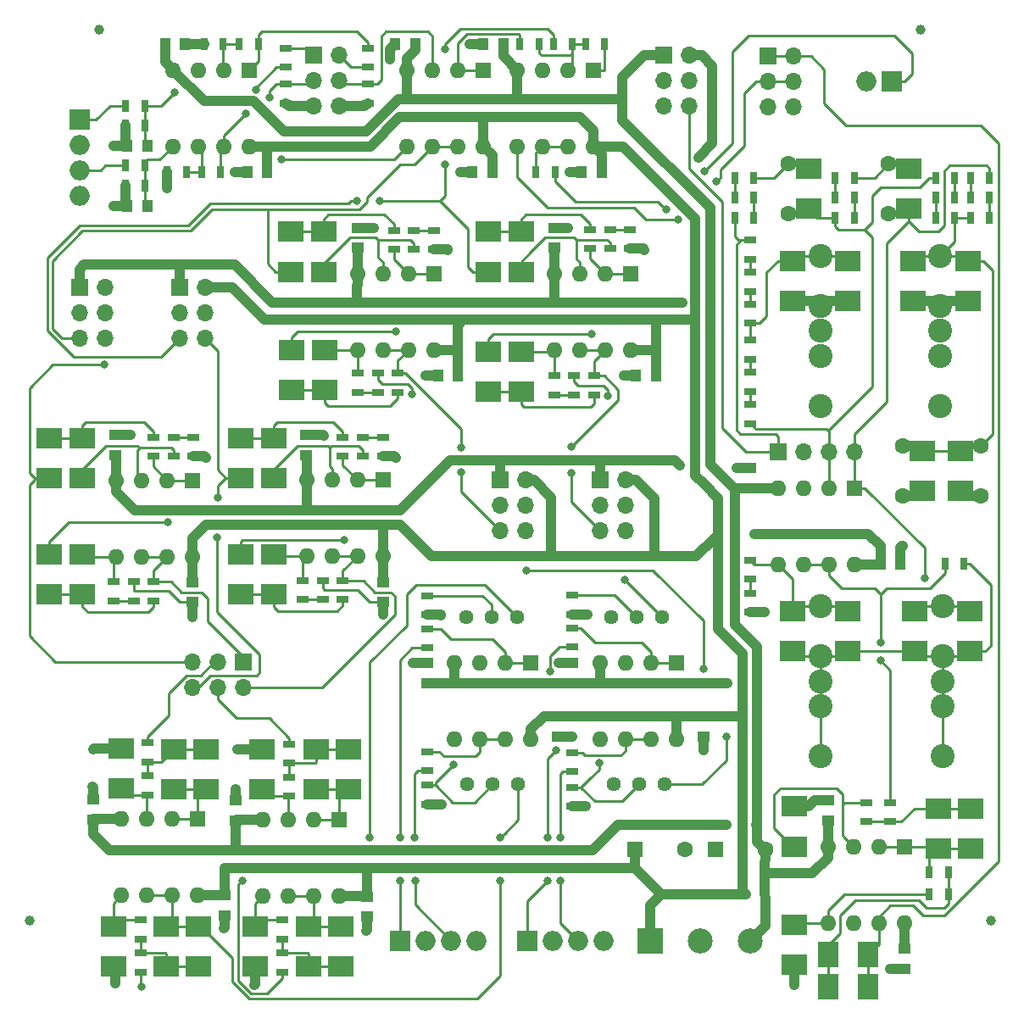
<source format=gtl>
G04 #@! TF.GenerationSoftware,KiCad,Pcbnew,5.1.5+dfsg1-2build2*
G04 #@! TF.CreationDate,2021-10-27T22:54:38+10:30*
G04 #@! TF.ProjectId,xover,786f7665-722e-46b6-9963-61645f706362,rev?*
G04 #@! TF.SameCoordinates,Original*
G04 #@! TF.FileFunction,Copper,L1,Top*
G04 #@! TF.FilePolarity,Positive*
%FSLAX46Y46*%
G04 Gerber Fmt 4.6, Leading zero omitted, Abs format (unit mm)*
G04 Created by KiCad (PCBNEW 5.1.5+dfsg1-2build2) date 2021-10-27 22:54:38*
%MOMM*%
%LPD*%
G04 APERTURE LIST*
%ADD10R,1.600000X1.600000*%
%ADD11O,1.600000X1.600000*%
%ADD12C,1.440000*%
%ADD13R,1.300000X0.700000*%
%ADD14R,0.700000X1.300000*%
%ADD15R,1.700000X1.700000*%
%ADD16O,1.700000X1.700000*%
%ADD17C,2.500000*%
%ADD18R,2.500000X2.500000*%
%ADD19O,1.998980X1.998980*%
%ADD20R,1.998980X1.998980*%
%ADD21C,1.000000*%
%ADD22R,1.250000X1.000000*%
%ADD23R,1.000000X1.250000*%
%ADD24R,2.500000X2.000000*%
%ADD25C,2.400000*%
%ADD26C,1.600000*%
%ADD27R,2.000000X2.500000*%
%ADD28C,0.800000*%
%ADD29C,1.000000*%
%ADD30C,0.250000*%
G04 APERTURE END LIST*
D10*
X114400000Y-108600000D03*
D11*
X106780000Y-116220000D03*
X111860000Y-108600000D03*
X109320000Y-116220000D03*
X109320000Y-108600000D03*
X111860000Y-116220000D03*
X106780000Y-108600000D03*
X114400000Y-116220000D03*
D10*
X91600000Y-90300000D03*
D11*
X83980000Y-97920000D03*
X89060000Y-90300000D03*
X86520000Y-97920000D03*
X86520000Y-90300000D03*
X89060000Y-97920000D03*
X83980000Y-90300000D03*
X91600000Y-97920000D03*
D10*
X109400000Y-72800000D03*
D11*
X101780000Y-80420000D03*
X106860000Y-72800000D03*
X104320000Y-80420000D03*
X104320000Y-72800000D03*
X106860000Y-80420000D03*
X101780000Y-72800000D03*
X109400000Y-80420000D03*
D10*
X77100000Y-90300000D03*
D11*
X69480000Y-97920000D03*
X74560000Y-90300000D03*
X72020000Y-97920000D03*
X72020000Y-90300000D03*
X74560000Y-97920000D03*
X69480000Y-90300000D03*
X77100000Y-97920000D03*
D10*
X67400000Y-51400000D03*
D11*
X59780000Y-59020000D03*
X64860000Y-51400000D03*
X62320000Y-59020000D03*
X62320000Y-51400000D03*
X64860000Y-59020000D03*
X59780000Y-51400000D03*
X67400000Y-59020000D03*
D10*
X62300000Y-72000000D03*
D11*
X54680000Y-79620000D03*
X59760000Y-72000000D03*
X57220000Y-79620000D03*
X57220000Y-72000000D03*
X59760000Y-79620000D03*
X54680000Y-72000000D03*
X62300000Y-79620000D03*
D10*
X72350000Y-31050000D03*
D11*
X64730000Y-38670000D03*
X69810000Y-31050000D03*
X67270000Y-38670000D03*
X67270000Y-31050000D03*
X69810000Y-38670000D03*
X64730000Y-31050000D03*
X72350000Y-38670000D03*
D10*
X48950000Y-31050000D03*
D11*
X41330000Y-38670000D03*
X46410000Y-31050000D03*
X43870000Y-38670000D03*
X43870000Y-31050000D03*
X46410000Y-38670000D03*
X41330000Y-31050000D03*
X48950000Y-38670000D03*
D10*
X87050000Y-51405000D03*
D11*
X79430000Y-59025000D03*
X84510000Y-51405000D03*
X81970000Y-59025000D03*
X81970000Y-51405000D03*
X84510000Y-59025000D03*
X79430000Y-51405000D03*
X87050000Y-59025000D03*
D10*
X43800000Y-105875000D03*
D11*
X36180000Y-113495000D03*
X41260000Y-105875000D03*
X38720000Y-113495000D03*
X38720000Y-105875000D03*
X41260000Y-113495000D03*
X36180000Y-105875000D03*
X43800000Y-113495000D03*
D10*
X43320000Y-72025000D03*
D11*
X35700000Y-79645000D03*
X40780000Y-72025000D03*
X38240000Y-79645000D03*
X38240000Y-72025000D03*
X40780000Y-79645000D03*
X35700000Y-72025000D03*
X43320000Y-79645000D03*
D10*
X57945000Y-105945000D03*
D11*
X50325000Y-113565000D03*
X55405000Y-105945000D03*
X52865000Y-113565000D03*
X52865000Y-105945000D03*
X55405000Y-113565000D03*
X50325000Y-105945000D03*
X57945000Y-113565000D03*
D10*
X83350000Y-31050000D03*
D11*
X75730000Y-38670000D03*
X80810000Y-31050000D03*
X78270000Y-38670000D03*
X78270000Y-31050000D03*
X80810000Y-38670000D03*
X75730000Y-31050000D03*
X83350000Y-38670000D03*
D12*
X90480000Y-102400000D03*
X87940000Y-102400000D03*
X85400000Y-102400000D03*
X90200000Y-85700000D03*
X87660000Y-85700000D03*
X85120000Y-85700000D03*
X75800000Y-102400000D03*
X73260000Y-102400000D03*
X70720000Y-102400000D03*
X75700000Y-85700000D03*
X73160000Y-85700000D03*
X70620000Y-85700000D03*
D13*
X81200000Y-102700000D03*
X81200000Y-104600000D03*
X81200000Y-101100000D03*
X81200000Y-99200000D03*
X81200000Y-83500000D03*
X81200000Y-85400000D03*
X81200000Y-88700000D03*
X81200000Y-86800000D03*
X99000000Y-83300000D03*
X99000000Y-85200000D03*
X99000000Y-59950000D03*
X99000000Y-58050000D03*
X99000000Y-49950000D03*
X99000000Y-48050000D03*
X99000000Y-61250000D03*
X99000000Y-63150000D03*
X99000000Y-51250000D03*
X99000000Y-53150000D03*
X99000000Y-66350000D03*
X99000000Y-64450000D03*
X99000000Y-56350000D03*
X99000000Y-54450000D03*
X99000000Y-80000000D03*
X99000000Y-81900000D03*
D14*
X109400000Y-45800000D03*
X107500000Y-45800000D03*
X99350000Y-45800000D03*
X97450000Y-45800000D03*
X109400000Y-43800000D03*
X107500000Y-43800000D03*
X99350000Y-43800000D03*
X97450000Y-43800000D03*
X109400000Y-41800000D03*
X107500000Y-41800000D03*
X99350000Y-41800000D03*
X97450000Y-41800000D03*
X118450000Y-80400000D03*
X120350000Y-80400000D03*
X122900000Y-45800000D03*
X121000000Y-45800000D03*
X119400000Y-41800000D03*
X117500000Y-41800000D03*
X122900000Y-43800000D03*
X121000000Y-43800000D03*
X119400000Y-43800000D03*
X117500000Y-43800000D03*
X122900000Y-41800000D03*
X121000000Y-41800000D03*
X119400000Y-45800000D03*
X117500000Y-45800000D03*
D13*
X66700000Y-102500000D03*
X66700000Y-104400000D03*
X66700000Y-101050000D03*
X66700000Y-99150000D03*
X66700000Y-83550000D03*
X66700000Y-85450000D03*
X66700000Y-88750000D03*
X66700000Y-86850000D03*
X61800000Y-63250000D03*
X61800000Y-61350000D03*
X67400000Y-47050000D03*
X67400000Y-48950000D03*
X65400000Y-48950000D03*
X65400000Y-47050000D03*
X59800000Y-61350000D03*
X59800000Y-63250000D03*
X63800000Y-61350000D03*
X63800000Y-63250000D03*
X63400000Y-48950000D03*
X63400000Y-47050000D03*
X56300000Y-83950000D03*
X56300000Y-82050000D03*
X62300000Y-67750000D03*
X62300000Y-69650000D03*
X60300000Y-69650000D03*
X60300000Y-67750000D03*
X54300000Y-82050000D03*
X54300000Y-83950000D03*
X58300000Y-82050000D03*
X58300000Y-83950000D03*
X58300000Y-69650000D03*
X58300000Y-67750000D03*
D14*
X116900000Y-113400000D03*
X118800000Y-113400000D03*
X118800000Y-111200000D03*
X116900000Y-111200000D03*
D13*
X110600000Y-104200000D03*
X110600000Y-106100000D03*
X113000000Y-106100000D03*
X113000000Y-104200000D03*
D14*
X40750000Y-41250000D03*
X42650000Y-41250000D03*
X38500000Y-42600000D03*
X36600000Y-42600000D03*
X46100000Y-41250000D03*
X44200000Y-41250000D03*
X38500000Y-40600000D03*
X36600000Y-40600000D03*
D13*
X52600000Y-30750000D03*
X52600000Y-28850000D03*
X52600000Y-32450000D03*
X52600000Y-34350000D03*
X60800000Y-32450000D03*
X60800000Y-34350000D03*
D14*
X44450000Y-28450000D03*
X46350000Y-28450000D03*
X38500000Y-36600000D03*
X36600000Y-36600000D03*
D13*
X60800000Y-30750000D03*
X60800000Y-28850000D03*
D14*
X49850000Y-28450000D03*
X47950000Y-28450000D03*
X38500000Y-34600000D03*
X36600000Y-34600000D03*
D13*
X81400000Y-63500000D03*
X81400000Y-61600000D03*
X87000000Y-47000000D03*
X87000000Y-48900000D03*
X85000000Y-48900000D03*
X85000000Y-47000000D03*
X79400000Y-61600000D03*
X79400000Y-63500000D03*
X83400000Y-61600000D03*
X83400000Y-63500000D03*
X83000000Y-48900000D03*
X83000000Y-47000000D03*
X38100000Y-115950000D03*
X38100000Y-117850000D03*
X38100000Y-119250000D03*
X38100000Y-121150000D03*
X38800000Y-103450000D03*
X38800000Y-101550000D03*
X38800000Y-100150000D03*
X38800000Y-98250000D03*
X37400000Y-84050000D03*
X37400000Y-82150000D03*
X43400000Y-67750000D03*
X43400000Y-69650000D03*
X41400000Y-69650000D03*
X41400000Y-67750000D03*
X35400000Y-82150000D03*
X35400000Y-84050000D03*
X39400000Y-82150000D03*
X39400000Y-84050000D03*
X39400000Y-69650000D03*
X39400000Y-67750000D03*
X52225000Y-115950000D03*
X52225000Y-117850000D03*
X52225000Y-119250000D03*
X52225000Y-121150000D03*
X52950000Y-103575000D03*
X52950000Y-101675000D03*
X52950000Y-100275000D03*
X52950000Y-98375000D03*
D14*
X81250000Y-28450000D03*
X79350000Y-28450000D03*
X79500000Y-41250000D03*
X77600000Y-41250000D03*
X77900000Y-28450000D03*
X76000000Y-28450000D03*
X84450000Y-28450000D03*
X82550000Y-28450000D03*
D15*
X90400000Y-29600000D03*
D16*
X92940000Y-29600000D03*
X90400000Y-32140000D03*
X92940000Y-32140000D03*
X90400000Y-34680000D03*
X92940000Y-34680000D03*
D15*
X32000000Y-52800000D03*
D16*
X34540000Y-52800000D03*
X32000000Y-55340000D03*
X34540000Y-55340000D03*
X32000000Y-57880000D03*
X34540000Y-57880000D03*
D15*
X42000000Y-52800000D03*
D16*
X44540000Y-52800000D03*
X42000000Y-55340000D03*
X44540000Y-55340000D03*
X42000000Y-57880000D03*
X44540000Y-57880000D03*
D15*
X74000000Y-72000000D03*
D16*
X76540000Y-72000000D03*
X74000000Y-74540000D03*
X76540000Y-74540000D03*
X74000000Y-77080000D03*
X76540000Y-77080000D03*
D15*
X84000000Y-72000000D03*
D16*
X86540000Y-72000000D03*
X84000000Y-74540000D03*
X86540000Y-74540000D03*
X84000000Y-77080000D03*
X86540000Y-77080000D03*
D15*
X101800000Y-69200000D03*
D16*
X104340000Y-69200000D03*
X106880000Y-69200000D03*
X109420000Y-69200000D03*
D15*
X55400000Y-29600000D03*
D16*
X57940000Y-29600000D03*
X55400000Y-32140000D03*
X57940000Y-32140000D03*
X55400000Y-34680000D03*
X57940000Y-34680000D03*
D17*
X94000000Y-118000000D03*
D18*
X89000000Y-118000000D03*
D17*
X99000000Y-118000000D03*
D19*
X81780000Y-118000000D03*
X79240000Y-118000000D03*
D20*
X76700000Y-118000000D03*
D19*
X84320000Y-118000000D03*
X69080000Y-118000000D03*
X66540000Y-118000000D03*
D20*
X64000000Y-118000000D03*
D19*
X71620000Y-118000000D03*
D15*
X48380000Y-90200000D03*
D16*
X48380000Y-92740000D03*
X45840000Y-90200000D03*
X45840000Y-92740000D03*
X43300000Y-90200000D03*
X43300000Y-92740000D03*
D20*
X113140000Y-32200000D03*
D19*
X110600000Y-32200000D03*
D15*
X100750000Y-29650000D03*
D16*
X103290000Y-29650000D03*
X100750000Y-32190000D03*
X103290000Y-32190000D03*
X100750000Y-34730000D03*
X103290000Y-34730000D03*
D19*
X32000000Y-41080000D03*
X32000000Y-38540000D03*
D20*
X32000000Y-36000000D03*
D19*
X32000000Y-43620000D03*
D21*
X123000000Y-116000000D03*
X34000000Y-27000000D03*
X27000000Y-116000000D03*
X116000000Y-27000000D03*
D22*
X81200000Y-90300000D03*
X81200000Y-92300000D03*
X94300000Y-95600000D03*
X94300000Y-97600000D03*
X99000000Y-70800000D03*
X99000000Y-72800000D03*
D23*
X112000000Y-80400000D03*
X114000000Y-80400000D03*
D24*
X108750000Y-54100000D03*
X108750000Y-50100000D03*
D25*
X106000000Y-64600000D03*
X106000000Y-49600000D03*
X106000000Y-54600000D03*
X106000000Y-59600000D03*
X106000000Y-57100000D03*
D24*
X103250000Y-54100000D03*
X103250000Y-50100000D03*
X108750000Y-89100000D03*
X108750000Y-85100000D03*
D25*
X106000000Y-99600000D03*
X106000000Y-84600000D03*
X106000000Y-89600000D03*
X106000000Y-94600000D03*
X106000000Y-92100000D03*
D24*
X103250000Y-89100000D03*
X103250000Y-85100000D03*
X120950000Y-89100000D03*
X120950000Y-85100000D03*
D25*
X118200000Y-99600000D03*
X118200000Y-84600000D03*
X118200000Y-89600000D03*
X118200000Y-94600000D03*
X118200000Y-92100000D03*
D24*
X115450000Y-89100000D03*
X115450000Y-85100000D03*
X114800000Y-44900000D03*
X114800000Y-40900000D03*
D26*
X112800000Y-45400000D03*
X112800000Y-40400000D03*
D24*
X104800000Y-44900000D03*
X104800000Y-40900000D03*
D26*
X102800000Y-45400000D03*
X102800000Y-40400000D03*
D24*
X116200000Y-73100000D03*
X116200000Y-69100000D03*
D26*
X114200000Y-73600000D03*
X114200000Y-68600000D03*
D24*
X120000000Y-69100000D03*
X120000000Y-73100000D03*
D26*
X122000000Y-68600000D03*
X122000000Y-73600000D03*
D24*
X120750000Y-54100000D03*
X120750000Y-50100000D03*
D25*
X118000000Y-64600000D03*
X118000000Y-49600000D03*
X118000000Y-54600000D03*
X118000000Y-59600000D03*
X118000000Y-57100000D03*
D24*
X115250000Y-54100000D03*
X115250000Y-50100000D03*
D22*
X66700000Y-90300000D03*
X66700000Y-92300000D03*
X79800000Y-95600000D03*
X79800000Y-97600000D03*
X59800000Y-46800000D03*
X59800000Y-48800000D03*
D23*
X69800000Y-61600000D03*
X67800000Y-61600000D03*
D24*
X56400000Y-51200000D03*
X56400000Y-47200000D03*
X53100000Y-47200000D03*
X53100000Y-51200000D03*
X56500000Y-59000000D03*
X56500000Y-63000000D03*
X53200000Y-63000000D03*
X53200000Y-59000000D03*
D22*
X54600000Y-67500000D03*
X54600000Y-69500000D03*
X62300000Y-82200000D03*
X62300000Y-84200000D03*
D24*
X51400000Y-71800000D03*
X51400000Y-67800000D03*
X48100000Y-67800000D03*
X48100000Y-71800000D03*
X51400000Y-79400000D03*
X51400000Y-83400000D03*
X48100000Y-83400000D03*
X48100000Y-79400000D03*
D22*
X106800000Y-104000000D03*
X106800000Y-106000000D03*
X114400000Y-118800000D03*
X114400000Y-120800000D03*
D24*
X103400000Y-120400000D03*
X103400000Y-116400000D03*
X103400000Y-104600000D03*
X103400000Y-108600000D03*
D27*
X110800000Y-122600000D03*
X106800000Y-122600000D03*
D24*
X121000000Y-108800000D03*
X121000000Y-104800000D03*
D27*
X110800000Y-119400000D03*
X106800000Y-119400000D03*
D24*
X117800000Y-108800000D03*
X117800000Y-104800000D03*
D23*
X63550000Y-28450000D03*
X65550000Y-28450000D03*
X42550000Y-28450000D03*
X40550000Y-28450000D03*
X73250000Y-41250000D03*
X71250000Y-41250000D03*
X50750000Y-41250000D03*
X48750000Y-41250000D03*
X38800000Y-44600000D03*
X36800000Y-44600000D03*
X38800000Y-38600000D03*
X36800000Y-38600000D03*
D22*
X79400000Y-46800000D03*
X79400000Y-48800000D03*
D23*
X89600000Y-61600000D03*
X87600000Y-61600000D03*
D24*
X76100000Y-51200000D03*
X76100000Y-47200000D03*
X72800000Y-47200000D03*
X72800000Y-51200000D03*
X76100000Y-59200000D03*
X76100000Y-63200000D03*
X72800000Y-63200000D03*
X72800000Y-59200000D03*
D22*
X33375000Y-103900000D03*
X33375000Y-105900000D03*
X46525000Y-113475000D03*
X46525000Y-115475000D03*
D24*
X35400000Y-120600000D03*
X35400000Y-116600000D03*
X36150000Y-98825000D03*
X36150000Y-102825000D03*
X43900000Y-116600000D03*
X43900000Y-120600000D03*
X41400000Y-102900000D03*
X41400000Y-98900000D03*
X40700000Y-116600000D03*
X40700000Y-120600000D03*
X44600000Y-102900000D03*
X44600000Y-98900000D03*
D22*
X35600000Y-67500000D03*
X35600000Y-69500000D03*
X43300000Y-82200000D03*
X43300000Y-84200000D03*
D24*
X32300000Y-71800000D03*
X32300000Y-67800000D03*
X29000000Y-67800000D03*
X29000000Y-71800000D03*
X32300000Y-79400000D03*
X32300000Y-83400000D03*
X29000000Y-83400000D03*
X29000000Y-79400000D03*
D22*
X47600000Y-104025000D03*
X47600000Y-106025000D03*
X60700000Y-113625000D03*
X60700000Y-115625000D03*
D24*
X49550000Y-120600000D03*
X49550000Y-116600000D03*
X50250000Y-98925000D03*
X50250000Y-102925000D03*
X58075000Y-116600000D03*
X58075000Y-120600000D03*
X58850000Y-102925000D03*
X58850000Y-98925000D03*
X54875000Y-116600000D03*
X54875000Y-120600000D03*
X55650000Y-102925000D03*
X55650000Y-98925000D03*
D23*
X72350000Y-28450000D03*
X74350000Y-28450000D03*
D10*
X95500000Y-108900000D03*
D26*
X100500000Y-108900000D03*
D23*
X84150000Y-41250000D03*
X82150000Y-41250000D03*
D10*
X87500000Y-108900000D03*
D26*
X92500000Y-108900000D03*
D28*
X90600000Y-43000000D03*
X93800000Y-39800000D03*
X99400000Y-77399994D03*
X95800000Y-77400000D03*
X98599980Y-113400000D03*
X100400000Y-85200000D03*
X113000000Y-120800000D03*
X103400000Y-122400000D03*
X97600000Y-70800000D03*
X105400000Y-104000002D03*
X43550000Y-28450000D03*
X35400000Y-38600000D03*
X35400000Y-44600000D03*
X40750000Y-42850000D03*
X70950000Y-28450000D03*
X80950000Y-41250000D03*
X80800000Y-46800000D03*
X61400000Y-46800000D03*
X79900000Y-90300000D03*
X81200000Y-97600000D03*
X94300000Y-99000000D03*
X68100000Y-85500000D03*
X65300000Y-90300000D03*
X46400000Y-116800000D03*
X60600000Y-117000000D03*
X82600000Y-104600000D03*
X68200000Y-104400000D03*
X56400000Y-67600000D03*
X37100000Y-67500000D03*
X62300000Y-85400000D03*
X43300000Y-85700000D03*
X47800000Y-98900000D03*
X47600000Y-102900000D03*
X33400000Y-98900000D03*
X33300000Y-102600000D03*
X49500000Y-122400000D03*
X82750000Y-85400000D03*
X47500000Y-41250000D03*
X70000000Y-41250000D03*
X86400000Y-61600000D03*
X66600000Y-61600000D03*
X68800000Y-49000000D03*
X88400000Y-49000000D03*
X63600000Y-69800000D03*
X44600000Y-69800000D03*
X65200000Y-63400000D03*
X84800000Y-63600000D03*
X62999990Y-30000000D03*
X35598015Y-122301985D03*
X114200002Y-78600000D03*
X95000000Y-70425000D03*
X92000000Y-70500000D03*
X99699998Y-92300000D03*
X99600000Y-106400000D03*
X96600000Y-106400000D03*
X92250000Y-54249994D03*
X95000000Y-54250002D03*
X96749999Y-92300000D03*
X48250000Y-112000000D03*
X61000000Y-107750000D03*
X40800000Y-76200000D03*
X34500000Y-60500000D03*
X38200000Y-122600000D03*
X74000004Y-107750000D03*
X74000000Y-112000000D03*
X83200000Y-57400000D03*
X59700000Y-44100000D03*
X62000000Y-44100000D03*
X68500018Y-40500000D03*
X41500000Y-33250000D03*
X58400000Y-78000000D03*
X45800000Y-73750000D03*
X45749998Y-77750000D03*
X63600000Y-57200000D03*
X68550000Y-28999996D03*
X91799996Y-46000000D03*
X95599996Y-42200000D03*
X90600006Y-45000000D03*
X94400000Y-41200006D03*
X65500000Y-107750000D03*
X65518661Y-111995334D03*
X64000000Y-107750000D03*
X63999992Y-112000000D03*
X79000000Y-91149990D03*
X78750000Y-112000000D03*
X78750000Y-107750000D03*
X79600000Y-98999994D03*
X80000000Y-112000000D03*
X80000000Y-107750000D03*
X81100000Y-71300000D03*
X81100000Y-68700000D03*
X116400000Y-81800000D03*
X112000000Y-90000000D03*
X112000000Y-88200000D03*
X70100000Y-71250000D03*
X70100000Y-68750000D03*
X86499998Y-82000000D03*
X76600000Y-81000000D03*
X94300000Y-90900000D03*
X96600000Y-97600000D03*
X48600000Y-35400000D03*
X49599984Y-33000000D03*
X69400000Y-100400000D03*
X83900000Y-100300000D03*
X51000000Y-33800000D03*
X52200000Y-40000000D03*
D29*
X114400000Y-116220000D02*
X114400000Y-118800000D01*
X111980000Y-80420000D02*
X112000000Y-80400000D01*
X109400000Y-80420000D02*
X111980000Y-80420000D01*
X84150000Y-39470000D02*
X84150000Y-41250000D01*
X83350000Y-38670000D02*
X84150000Y-39470000D01*
X94400000Y-72434315D02*
X94434315Y-72434315D01*
X78400000Y-95600000D02*
X79800000Y-95600000D01*
X77100000Y-96900000D02*
X78400000Y-95600000D01*
X77100000Y-97920000D02*
X77100000Y-96900000D01*
X98000000Y-95600000D02*
X98200000Y-95400000D01*
X94300000Y-95600000D02*
X98000000Y-95600000D01*
X91600000Y-96788630D02*
X91600000Y-95600000D01*
X91600000Y-97920000D02*
X91600000Y-96788630D01*
X91600000Y-95600000D02*
X94300000Y-95600000D01*
X43320000Y-82180000D02*
X43300000Y-82200000D01*
X43320000Y-79645000D02*
X43320000Y-82180000D01*
X62300000Y-79620000D02*
X62300000Y-82200000D01*
X89400000Y-73800000D02*
X89400000Y-79600000D01*
X87600000Y-72000000D02*
X89400000Y-73800000D01*
X86540000Y-72000000D02*
X87600000Y-72000000D01*
X77400000Y-72000000D02*
X76540000Y-72000000D01*
X62250000Y-79570000D02*
X62300000Y-79620000D01*
X47300000Y-52800000D02*
X50500000Y-56000000D01*
X44540000Y-52800000D02*
X47300000Y-52800000D01*
X50500000Y-56000000D02*
X67500000Y-56000000D01*
X93500000Y-71534315D02*
X94400000Y-72434315D01*
X93500000Y-56000000D02*
X93500000Y-71534315D01*
X79800000Y-95600000D02*
X91600000Y-95600000D01*
X79120000Y-79620000D02*
X89400000Y-79600000D01*
X67120000Y-79620000D02*
X79120000Y-79620000D01*
X64000000Y-76500000D02*
X67120000Y-79620000D01*
X79120000Y-73720000D02*
X77400000Y-72000000D01*
X79120000Y-79620000D02*
X79120000Y-73720000D01*
X62300000Y-79620000D02*
X62300000Y-76550000D01*
X62250000Y-76500000D02*
X64000000Y-76500000D01*
X62300000Y-76550000D02*
X62250000Y-76500000D01*
X43820000Y-113475000D02*
X43800000Y-113495000D01*
X46525000Y-113475000D02*
X43820000Y-113475000D01*
X46525000Y-110770000D02*
X46525000Y-113475000D01*
X46545000Y-110750000D02*
X46525000Y-110770000D01*
X60640000Y-113565000D02*
X60700000Y-113625000D01*
X57945000Y-113565000D02*
X60640000Y-113565000D01*
X60700000Y-112125000D02*
X60750000Y-112075000D01*
X60750000Y-112075000D02*
X60750000Y-110750000D01*
X60700000Y-113625000D02*
X60700000Y-112125000D01*
X60750000Y-110750000D02*
X87450000Y-110750000D01*
X46545000Y-110750000D02*
X60750000Y-110750000D01*
X50750000Y-38840000D02*
X50750000Y-41250000D01*
X50580000Y-38670000D02*
X50750000Y-38840000D01*
X48950000Y-38670000D02*
X50580000Y-38670000D01*
X83350000Y-37100000D02*
X83350000Y-38670000D01*
X82000000Y-35750000D02*
X83350000Y-37100000D01*
X72350000Y-35850000D02*
X72350000Y-38670000D01*
X72250000Y-35750000D02*
X72350000Y-35850000D01*
X72250000Y-35750000D02*
X82000000Y-35750000D01*
X73250000Y-39570000D02*
X72350000Y-38670000D01*
X73250000Y-41250000D02*
X73250000Y-39570000D01*
X83350000Y-38670000D02*
X86270000Y-38670000D01*
X86270000Y-38670000D02*
X90600000Y-43000000D01*
X93500000Y-45900000D02*
X93500000Y-56000000D01*
X90600000Y-43000000D02*
X93500000Y-45900000D01*
X94142081Y-29600000D02*
X95200000Y-30657919D01*
X92940000Y-29600000D02*
X94142081Y-29600000D01*
X93815010Y-39784990D02*
X93815010Y-39800000D01*
X95200000Y-38400000D02*
X93815010Y-39784990D01*
X95200000Y-30657919D02*
X95200000Y-38400000D01*
X89400000Y-56100000D02*
X89400000Y-56000000D01*
X89400000Y-56000000D02*
X93500000Y-56000000D01*
X70000000Y-56300000D02*
X70000000Y-56000000D01*
X67500000Y-56000000D02*
X70000000Y-56000000D01*
X70000000Y-56000000D02*
X81697998Y-56000000D01*
X81697998Y-56000000D02*
X89400000Y-56000000D01*
X44600000Y-76500000D02*
X62250000Y-76500000D01*
X43320000Y-79645000D02*
X43320000Y-77780000D01*
X43320000Y-77780000D02*
X44600000Y-76500000D01*
X69800000Y-56500000D02*
X70000000Y-56300000D01*
X69580000Y-59020000D02*
X67400000Y-59020000D01*
X69800000Y-58800000D02*
X69580000Y-59020000D01*
X69800000Y-61400000D02*
X69800000Y-58800000D01*
X69800000Y-58800000D02*
X69800000Y-56500000D01*
X89600000Y-56300000D02*
X89400000Y-56100000D01*
X88206370Y-59000000D02*
X89600000Y-59000000D01*
X87050000Y-59025000D02*
X88181370Y-59025000D01*
X88181370Y-59025000D02*
X88206370Y-59000000D01*
X89600000Y-59000000D02*
X89600000Y-56300000D01*
X89600000Y-61600000D02*
X89600000Y-59200000D01*
X61030000Y-38670000D02*
X63950000Y-35750000D01*
X50580000Y-38670000D02*
X61030000Y-38670000D01*
X63950000Y-35750000D02*
X72250000Y-35750000D01*
X99965685Y-77399994D02*
X99400000Y-77399994D01*
X110799994Y-77399994D02*
X99965685Y-77399994D01*
X112000000Y-78600000D02*
X110799994Y-77399994D01*
X112000000Y-80400000D02*
X112000000Y-78600000D01*
X95800000Y-86916109D02*
X95800000Y-77965685D01*
X98200000Y-89316109D02*
X95800000Y-86916109D01*
X95400001Y-77799999D02*
X95800000Y-77400000D01*
X93600000Y-79600000D02*
X95400001Y-77799999D01*
X98200000Y-95400000D02*
X98200000Y-89316109D01*
X89400000Y-79600000D02*
X93600000Y-79600000D01*
X95800000Y-77965685D02*
X95800000Y-77400000D01*
X95800000Y-73834315D02*
X95800000Y-77400000D01*
X94400000Y-72434315D02*
X95800000Y-73834315D01*
X90100000Y-113400000D02*
X87450000Y-110750000D01*
X87500000Y-110700000D02*
X87500000Y-108900000D01*
X87450000Y-110750000D02*
X87500000Y-110700000D01*
X89000000Y-114500000D02*
X89000000Y-118000000D01*
X90100000Y-113400000D02*
X89000000Y-114500000D01*
X90100000Y-113400000D02*
X98599980Y-113400000D01*
X98199981Y-95400019D02*
X98199981Y-113000001D01*
X98200000Y-95400000D02*
X98199981Y-95400019D01*
X98199981Y-113000001D02*
X98599980Y-113400000D01*
X115700000Y-73600000D02*
X116200000Y-73100000D01*
X114200000Y-73600000D02*
X115700000Y-73600000D01*
X120500000Y-73600000D02*
X120000000Y-73100000D01*
X122000000Y-73600000D02*
X120500000Y-73600000D01*
X117500000Y-54100000D02*
X118000000Y-54600000D01*
X115250000Y-54100000D02*
X117500000Y-54100000D01*
X118500000Y-54100000D02*
X118000000Y-54600000D01*
X120750000Y-54100000D02*
X118500000Y-54100000D01*
X106500000Y-54100000D02*
X106000000Y-54600000D01*
X108750000Y-54100000D02*
X106500000Y-54100000D01*
X105500000Y-54100000D02*
X106000000Y-54600000D01*
X103250000Y-54100000D02*
X105500000Y-54100000D01*
X99000000Y-85200000D02*
X100400000Y-85200000D01*
X114400000Y-120800000D02*
X113000000Y-120800000D01*
X103400000Y-120400000D02*
X103400000Y-122400000D01*
X99000000Y-70800000D02*
X97600000Y-70800000D01*
X106800000Y-104000000D02*
X106799998Y-104000002D01*
X105965685Y-104000002D02*
X105400000Y-104000002D01*
X105000001Y-104400001D02*
X105400000Y-104000002D01*
X106799998Y-104000002D02*
X105965685Y-104000002D01*
X103400000Y-104600000D02*
X104800002Y-104600000D01*
X104800002Y-104600000D02*
X105000001Y-104400001D01*
X42550000Y-28450000D02*
X43550000Y-28450000D01*
X44450000Y-28450000D02*
X43550000Y-28450000D01*
X36600000Y-44400000D02*
X36800000Y-44600000D01*
X36600000Y-42600000D02*
X36600000Y-44400000D01*
X36600000Y-38400000D02*
X36800000Y-38600000D01*
X36600000Y-36600000D02*
X36600000Y-38400000D01*
X36800000Y-38600000D02*
X35400000Y-38600000D01*
X36800000Y-44600000D02*
X35400000Y-44600000D01*
X40750000Y-41250000D02*
X40750000Y-42850000D01*
X72350000Y-28450000D02*
X70950000Y-28450000D01*
X82150000Y-41250000D02*
X80950000Y-41250000D01*
X79400000Y-46800000D02*
X80800000Y-46800000D01*
X59800000Y-46800000D02*
X61400000Y-46800000D01*
X81200000Y-90300000D02*
X79900000Y-90300000D01*
X79800000Y-97600000D02*
X81200000Y-97600000D01*
X94300000Y-97600000D02*
X94300000Y-99000000D01*
X68050000Y-85450000D02*
X68100000Y-85500000D01*
X66700000Y-85450000D02*
X68050000Y-85450000D01*
X66700000Y-90300000D02*
X65300000Y-90300000D01*
X46525000Y-116675000D02*
X46400000Y-116800000D01*
X46525000Y-115475000D02*
X46525000Y-116675000D01*
X60700000Y-116900000D02*
X60600000Y-117000000D01*
X60700000Y-115625000D02*
X60700000Y-116900000D01*
X81200000Y-104600000D02*
X82600000Y-104600000D01*
X66700000Y-104400000D02*
X68200000Y-104400000D01*
X56300000Y-67500000D02*
X56400000Y-67600000D01*
X54600000Y-67500000D02*
X56300000Y-67500000D01*
X35600000Y-67500000D02*
X37100000Y-67500000D01*
X62300000Y-84200000D02*
X62300000Y-85400000D01*
D30*
X61000000Y-84200000D02*
X62300000Y-84200000D01*
X59800000Y-83000000D02*
X61000000Y-84200000D01*
X56500000Y-83000000D02*
X59800000Y-83000000D01*
X56300000Y-82800000D02*
X56500000Y-83000000D01*
X56300000Y-82050000D02*
X56300000Y-82800000D01*
D29*
X43300000Y-84200000D02*
X43300000Y-85134315D01*
X43300000Y-85134315D02*
X43300000Y-85700000D01*
X47825000Y-98925000D02*
X47800000Y-98900000D01*
X50250000Y-98925000D02*
X47825000Y-98925000D01*
X47600000Y-104025000D02*
X47600000Y-102900000D01*
X33475000Y-98825000D02*
X33400000Y-98900000D01*
X36150000Y-98825000D02*
X33475000Y-98825000D01*
X33375000Y-102675000D02*
X33300000Y-102600000D01*
X33375000Y-103900000D02*
X33375000Y-102675000D01*
X49550000Y-122350000D02*
X49500000Y-122400000D01*
X49550000Y-120600000D02*
X49550000Y-122350000D01*
X82184315Y-85400000D02*
X82750000Y-85400000D01*
X81200000Y-85400000D02*
X82184315Y-85400000D01*
X48750000Y-41250000D02*
X47500000Y-41250000D01*
X71250000Y-41250000D02*
X70000000Y-41250000D01*
X87600000Y-61600000D02*
X86400000Y-61600000D01*
X67800000Y-61600000D02*
X66600000Y-61600000D01*
X68750000Y-48950000D02*
X68800000Y-49000000D01*
X67400000Y-48950000D02*
X68750000Y-48950000D01*
X88300000Y-48900000D02*
X88400000Y-49000000D01*
X87000000Y-48900000D02*
X88300000Y-48900000D01*
X63450000Y-69650000D02*
X63600000Y-69800000D01*
X62300000Y-69650000D02*
X63450000Y-69650000D01*
X44450000Y-69650000D02*
X44600000Y-69800000D01*
X43400000Y-69650000D02*
X44450000Y-69650000D01*
X52930000Y-34680000D02*
X52600000Y-34350000D01*
X55400000Y-34680000D02*
X52930000Y-34680000D01*
X60470000Y-34680000D02*
X60800000Y-34350000D01*
X57940000Y-34680000D02*
X60470000Y-34680000D01*
D30*
X61800000Y-61350000D02*
X61800000Y-61950000D01*
X64765686Y-62400001D02*
X65200000Y-62834315D01*
X61800000Y-61950000D02*
X62250001Y-62400001D01*
X62250001Y-62400001D02*
X64765686Y-62400001D01*
X65200000Y-62834315D02*
X65200000Y-63400000D01*
X84800000Y-63034315D02*
X84800000Y-63600000D01*
X84365686Y-62600001D02*
X84800000Y-63034315D01*
X81800001Y-62600001D02*
X84365686Y-62600001D01*
X81400000Y-62200000D02*
X81800001Y-62600001D01*
X81400000Y-61600000D02*
X81400000Y-62200000D01*
D29*
X63550000Y-28450000D02*
X62999990Y-29000010D01*
X62999990Y-29000010D02*
X62999990Y-29434315D01*
X62999990Y-29434315D02*
X62999990Y-30000000D01*
X35598015Y-121736300D02*
X35598015Y-122301985D01*
X35400000Y-120600000D02*
X35598015Y-120798015D01*
X35598015Y-120798015D02*
X35598015Y-121736300D01*
D30*
X42000000Y-84200000D02*
X43300000Y-84200000D01*
X40900000Y-83100000D02*
X42000000Y-84200000D01*
X37400000Y-83100000D02*
X40900000Y-83100000D01*
X37400000Y-82150000D02*
X37400000Y-83100000D01*
D29*
X114000000Y-80400000D02*
X114000000Y-78775000D01*
X114000000Y-78775000D02*
X114175000Y-78600000D01*
X114175000Y-78600000D02*
X114200002Y-78600000D01*
X65530000Y-28470000D02*
X65550000Y-28450000D01*
X106800000Y-108580000D02*
X106780000Y-108600000D01*
X106800000Y-106000000D02*
X106800000Y-108580000D01*
X101780000Y-72800000D02*
X99000000Y-72800000D01*
X40550000Y-30270000D02*
X40550000Y-28450000D01*
X41330000Y-31050000D02*
X40550000Y-30270000D01*
X74350000Y-29670000D02*
X74350000Y-28450000D01*
X75730000Y-31050000D02*
X74350000Y-29670000D01*
X64730000Y-31430000D02*
X64730000Y-31050000D01*
X97375000Y-72800000D02*
X99000000Y-72800000D01*
X106780000Y-109731370D02*
X106780000Y-108600000D01*
X105211370Y-111300000D02*
X106780000Y-109731370D01*
X79400000Y-51375000D02*
X79430000Y-51405000D01*
X79400000Y-48800000D02*
X79400000Y-51375000D01*
X95000000Y-70425000D02*
X97375000Y-72800000D01*
X32000000Y-50950000D02*
X32000000Y-52800000D01*
X32450000Y-50500000D02*
X32000000Y-50950000D01*
X92000000Y-70500000D02*
X91500000Y-70000000D01*
X84000000Y-70150000D02*
X84000000Y-72000000D01*
X84150000Y-70000000D02*
X84000000Y-70150000D01*
X91500000Y-70000000D02*
X84150000Y-70000000D01*
X74000000Y-70150000D02*
X74000000Y-72000000D01*
X74150000Y-70000000D02*
X74000000Y-70150000D01*
X84150000Y-70000000D02*
X74150000Y-70000000D01*
X81200000Y-92300000D02*
X82825000Y-92300000D01*
X83980000Y-90300000D02*
X83980000Y-91431370D01*
X83980000Y-91431370D02*
X84000000Y-91451370D01*
X59780000Y-48820000D02*
X59800000Y-48800000D01*
X59780000Y-51400000D02*
X59780000Y-48820000D01*
X42000000Y-50600000D02*
X42100000Y-50500000D01*
X42000000Y-52800000D02*
X42000000Y-50600000D01*
X42100000Y-50500000D02*
X32450000Y-50500000D01*
X105211370Y-111300000D02*
X100500000Y-111300000D01*
X100500000Y-111300000D02*
X100400000Y-111200000D01*
X100400000Y-111200000D02*
X100500000Y-108900000D01*
X100500000Y-115900000D02*
X100400000Y-111200000D01*
X99699998Y-108099998D02*
X100500000Y-108900000D01*
X100500000Y-116500000D02*
X99000000Y-118000000D01*
X100500000Y-115900000D02*
X100500000Y-116500000D01*
X99699998Y-106499998D02*
X99600000Y-106400000D01*
X99699998Y-106500002D02*
X99699998Y-106499998D01*
X99699998Y-92300000D02*
X99699998Y-106500002D01*
X99699998Y-106500002D02*
X99699998Y-108099998D01*
X96600000Y-106400000D02*
X85800000Y-106400000D01*
X54680000Y-69580000D02*
X54600000Y-69500000D01*
X54680000Y-72000000D02*
X54680000Y-69580000D01*
X35700000Y-69600000D02*
X35600000Y-69500000D01*
X35700000Y-72025000D02*
X35700000Y-69600000D01*
X35700000Y-73156370D02*
X37543630Y-75000000D01*
X35700000Y-72025000D02*
X35700000Y-73156370D01*
X54750000Y-73201370D02*
X54750000Y-75000000D01*
X54680000Y-73131370D02*
X54750000Y-73201370D01*
X54680000Y-72000000D02*
X54680000Y-73131370D01*
X37543630Y-75000000D02*
X54750000Y-75000000D01*
X95000000Y-70425000D02*
X95000000Y-54250002D01*
X47500000Y-50500000D02*
X42100000Y-50500000D01*
X51249994Y-54249994D02*
X47500000Y-50500000D01*
X59750000Y-52561370D02*
X59750000Y-54250000D01*
X59780000Y-52531370D02*
X59750000Y-52561370D01*
X59780000Y-51400000D02*
X59780000Y-52531370D01*
X59750000Y-54250000D02*
X51249994Y-54249994D01*
X79500000Y-54250000D02*
X59750000Y-54250000D01*
X84000000Y-91451370D02*
X84000000Y-92300000D01*
X82825000Y-92300000D02*
X84000000Y-92300000D01*
X78000000Y-92300000D02*
X81200000Y-92300000D01*
X69480000Y-90300000D02*
X69480000Y-92220000D01*
X66700000Y-92300000D02*
X69400000Y-92300000D01*
X69480000Y-92220000D02*
X69400000Y-92300000D01*
X69400000Y-92300000D02*
X78000000Y-92300000D01*
X83250000Y-109000000D02*
X83500000Y-108750000D01*
X33375000Y-107400000D02*
X34975000Y-109000000D01*
X33375000Y-105900000D02*
X33375000Y-107400000D01*
X85800000Y-106400000D02*
X83500000Y-108750000D01*
X84000000Y-92300000D02*
X96184314Y-92300000D01*
X96184314Y-92300000D02*
X96749999Y-92300000D01*
X33400000Y-105875000D02*
X33375000Y-105900000D01*
X36180000Y-105875000D02*
X33400000Y-105875000D01*
X47680000Y-105945000D02*
X47600000Y-106025000D01*
X50325000Y-105945000D02*
X47680000Y-105945000D01*
X47600000Y-108850000D02*
X47750000Y-109000000D01*
X47600000Y-106025000D02*
X47600000Y-108850000D01*
X47750000Y-109000000D02*
X83250000Y-109000000D01*
X34975000Y-109000000D02*
X47750000Y-109000000D01*
X64000000Y-75000000D02*
X54750000Y-75000000D01*
X69000000Y-70000000D02*
X64000000Y-75000000D01*
X74150000Y-70000000D02*
X69000000Y-70000000D01*
X95000000Y-44800000D02*
X86250000Y-36050000D01*
X95000000Y-54250002D02*
X95000000Y-44800000D01*
X64730000Y-31050000D02*
X64730000Y-32181370D01*
X86250000Y-36050000D02*
X86250000Y-34000000D01*
X75730000Y-33980000D02*
X75750000Y-34000000D01*
X75730000Y-31050000D02*
X75730000Y-33980000D01*
X75750000Y-34000000D02*
X86250000Y-34000000D01*
X86250000Y-34000000D02*
X86250000Y-31750000D01*
X88400000Y-29600000D02*
X90400000Y-29600000D01*
X86250000Y-31750000D02*
X88400000Y-29600000D01*
X79430000Y-51405000D02*
X79430000Y-54180000D01*
X79430000Y-54180000D02*
X79500000Y-54250000D01*
X91684315Y-54249994D02*
X91684309Y-54250000D01*
X92250000Y-54249994D02*
X91684315Y-54249994D01*
X91684309Y-54250000D02*
X79500000Y-54250000D01*
X44430001Y-34150001D02*
X49350001Y-34150001D01*
X41330000Y-31050000D02*
X44430001Y-34150001D01*
X52400000Y-37200000D02*
X60632219Y-37200000D01*
X49350001Y-34150001D02*
X52400000Y-37200000D01*
X64730000Y-31050000D02*
X64730000Y-29870000D01*
X65550000Y-29050000D02*
X65550000Y-28450000D01*
X64730000Y-29870000D02*
X65550000Y-29050000D01*
X97450010Y-72875010D02*
X97450010Y-86450010D01*
X97450010Y-86450010D02*
X99699998Y-88699998D01*
X99699998Y-91734315D02*
X99699998Y-92300000D01*
X99699998Y-88699998D02*
X99699998Y-91734315D01*
X97375000Y-72800000D02*
X97450010Y-72875010D01*
X64730000Y-34000000D02*
X75750000Y-34000000D01*
X63832219Y-34000000D02*
X64730000Y-34000000D01*
X60632219Y-37200000D02*
X63832219Y-34000000D01*
X64730000Y-32181370D02*
X64730000Y-34000000D01*
D30*
X55405000Y-105945000D02*
X57945000Y-105945000D01*
X57945000Y-103830000D02*
X58850000Y-102925000D01*
X57945000Y-105945000D02*
X57945000Y-103830000D01*
X58850000Y-102925000D02*
X55650000Y-102925000D01*
X47850001Y-121987451D02*
X47850001Y-112399999D01*
X52225000Y-121750000D02*
X50699991Y-123275009D01*
X52225000Y-121150000D02*
X52225000Y-121750000D01*
X47850001Y-112399999D02*
X48250000Y-112000000D01*
X50699991Y-123275009D02*
X49137559Y-123275009D01*
X49137559Y-123275009D02*
X47850001Y-121987451D01*
X57350000Y-98925000D02*
X55650000Y-98925000D01*
X58850000Y-98925000D02*
X57350000Y-98925000D01*
X55650000Y-100175000D02*
X55650000Y-98925000D01*
X55550000Y-100275000D02*
X55650000Y-100175000D01*
X52950000Y-100275000D02*
X55550000Y-100275000D01*
X52950000Y-101675000D02*
X52950000Y-100275000D01*
X58075000Y-120600000D02*
X54875000Y-120600000D01*
X54875000Y-119350000D02*
X54875000Y-120600000D01*
X54775000Y-119250000D02*
X54875000Y-119350000D01*
X52225000Y-119250000D02*
X54775000Y-119250000D01*
X52225000Y-119250000D02*
X52225000Y-117850000D01*
X53996370Y-113565000D02*
X55405000Y-113565000D01*
X52865000Y-113565000D02*
X53996370Y-113565000D01*
X55405000Y-116070000D02*
X54875000Y-116600000D01*
X55405000Y-113565000D02*
X55405000Y-116070000D01*
X54875000Y-116600000D02*
X58075000Y-116600000D01*
X75700000Y-85700000D02*
X72500000Y-82500000D01*
X72500000Y-82500000D02*
X65600000Y-82500000D01*
X65600000Y-82500000D02*
X64700000Y-83400000D01*
X61000000Y-90200000D02*
X61000000Y-107184315D01*
X64700000Y-83400000D02*
X64700000Y-86500000D01*
X61000000Y-107184315D02*
X61000000Y-107750000D01*
X64700000Y-86500000D02*
X61000000Y-90200000D01*
X50900000Y-103575000D02*
X50250000Y-102925000D01*
X52950000Y-103575000D02*
X50900000Y-103575000D01*
X52865000Y-103660000D02*
X52950000Y-103575000D01*
X52865000Y-105945000D02*
X52865000Y-103660000D01*
X50200000Y-115950000D02*
X49550000Y-116600000D01*
X52225000Y-115950000D02*
X50200000Y-115950000D01*
X49550000Y-114340000D02*
X50325000Y-113565000D01*
X49550000Y-116600000D02*
X49550000Y-114340000D01*
X30950000Y-76200000D02*
X40800000Y-76200000D01*
X29000000Y-78150000D02*
X30950000Y-76200000D01*
X29000000Y-79400000D02*
X29000000Y-78150000D01*
X40800000Y-72045000D02*
X40780000Y-72025000D01*
X41911370Y-72025000D02*
X43320000Y-72025000D01*
X40780000Y-72025000D02*
X41911370Y-72025000D01*
X39400000Y-70645000D02*
X39400000Y-69650000D01*
X40780000Y-72025000D02*
X39400000Y-70645000D01*
X29000000Y-83400000D02*
X32300000Y-83400000D01*
X32300000Y-84650000D02*
X32850000Y-85200000D01*
X32300000Y-83400000D02*
X32300000Y-84650000D01*
X39400000Y-84650000D02*
X39400000Y-84050000D01*
X38850000Y-85200000D02*
X39400000Y-84650000D01*
X32850000Y-85200000D02*
X38850000Y-85200000D01*
X35400000Y-79945000D02*
X35700000Y-79645000D01*
X35400000Y-82150000D02*
X35400000Y-79945000D01*
X32545000Y-79645000D02*
X32300000Y-79400000D01*
X35700000Y-79645000D02*
X32545000Y-79645000D01*
X27500000Y-71800000D02*
X29000000Y-71800000D01*
X29600000Y-90200000D02*
X43300000Y-90200000D01*
X27000000Y-87600000D02*
X29600000Y-90200000D01*
X27000000Y-72500000D02*
X27000000Y-87600000D01*
X27500000Y-72000000D02*
X27000000Y-72500000D01*
X27500000Y-71800000D02*
X27500000Y-72000000D01*
X27000000Y-71300000D02*
X27500000Y-71800000D01*
X27000000Y-62800000D02*
X27000000Y-71300000D01*
X29300000Y-60500000D02*
X27000000Y-62800000D01*
X34500000Y-60500000D02*
X29300000Y-60500000D01*
X29000000Y-67800000D02*
X32300000Y-67800000D01*
X32300000Y-66550000D02*
X32650000Y-66200000D01*
X32300000Y-67800000D02*
X32300000Y-66550000D01*
X39400000Y-67150000D02*
X39400000Y-67750000D01*
X38450000Y-66200000D02*
X39400000Y-67150000D01*
X32650000Y-66200000D02*
X38450000Y-66200000D01*
X37800000Y-71585000D02*
X38240000Y-72025000D01*
X37800000Y-69000000D02*
X37800000Y-71585000D01*
X38000000Y-68800000D02*
X37800000Y-69000000D01*
X41150000Y-68800000D02*
X38000000Y-68800000D01*
X41400000Y-69050000D02*
X41150000Y-68800000D01*
X41400000Y-69650000D02*
X41400000Y-69050000D01*
X34649998Y-68600000D02*
X32300000Y-70949998D01*
X32300000Y-70949998D02*
X32300000Y-71800000D01*
X37800000Y-68600000D02*
X34649998Y-68600000D01*
X38000000Y-68800000D02*
X37800000Y-68600000D01*
X42750000Y-105875000D02*
X41260000Y-105875000D01*
X43800000Y-105875000D02*
X42750000Y-105875000D01*
X43800000Y-103700000D02*
X44600000Y-102900000D01*
X43800000Y-105875000D02*
X43800000Y-103700000D01*
X44600000Y-102900000D02*
X41400000Y-102900000D01*
X38100000Y-121150000D02*
X38100000Y-122500000D01*
X38100000Y-122500000D02*
X38200000Y-122600000D01*
X44600000Y-98900000D02*
X41400000Y-98900000D01*
X40150000Y-100150000D02*
X41400000Y-98900000D01*
X38800000Y-100150000D02*
X40150000Y-100150000D01*
X38800000Y-101550000D02*
X38800000Y-100150000D01*
X41260000Y-116040000D02*
X40700000Y-116600000D01*
X41260000Y-113495000D02*
X41260000Y-116040000D01*
X42200000Y-116600000D02*
X43900000Y-116600000D01*
X40700000Y-116600000D02*
X42200000Y-116600000D01*
X38720000Y-113495000D02*
X41260000Y-113495000D01*
X75800000Y-102400000D02*
X75800000Y-105950004D01*
X75800000Y-105950004D02*
X74400003Y-107350001D01*
X74400003Y-107350001D02*
X74000004Y-107750000D01*
X74000000Y-112565685D02*
X74000000Y-112000000D01*
X74000000Y-121500000D02*
X74000000Y-112565685D01*
X71724981Y-123775019D02*
X74000000Y-121500000D01*
X47299991Y-122144561D02*
X48930449Y-123775019D01*
X47299991Y-119749991D02*
X47299991Y-122144561D01*
X44150000Y-116600000D02*
X47299991Y-119749991D01*
X43900000Y-116600000D02*
X44150000Y-116600000D01*
X48930449Y-123775019D02*
X71724981Y-123775019D01*
X43900000Y-120600000D02*
X40700000Y-120600000D01*
X39000000Y-119250000D02*
X38100000Y-119250000D01*
X40600000Y-119250000D02*
X39000000Y-119250000D01*
X40700000Y-119350000D02*
X40600000Y-119250000D01*
X40700000Y-120600000D02*
X40700000Y-119350000D01*
X38100000Y-119250000D02*
X38100000Y-117850000D01*
X36775000Y-103450000D02*
X36150000Y-102825000D01*
X38800000Y-103450000D02*
X36775000Y-103450000D01*
X38720000Y-103530000D02*
X38800000Y-103450000D01*
X38720000Y-105875000D02*
X38720000Y-103530000D01*
X35400000Y-114275000D02*
X36180000Y-113495000D01*
X35400000Y-116600000D02*
X35400000Y-114275000D01*
X36050000Y-115950000D02*
X35400000Y-116600000D01*
X38100000Y-115950000D02*
X36050000Y-115950000D01*
X87050000Y-51405000D02*
X84510000Y-51405000D01*
X83000000Y-49895000D02*
X83000000Y-48900000D01*
X84510000Y-51405000D02*
X83000000Y-49895000D01*
X72800000Y-59200000D02*
X72800000Y-57950000D01*
X72800000Y-57950000D02*
X73350000Y-57400000D01*
X73350000Y-57400000D02*
X82634315Y-57400000D01*
X82634315Y-57400000D02*
X83200000Y-57400000D01*
X83400000Y-63500000D02*
X83400000Y-64400000D01*
X83400000Y-64400000D02*
X83100000Y-64700000D01*
X76350000Y-64700000D02*
X76100000Y-64450000D01*
X76100000Y-64450000D02*
X76100000Y-63200000D01*
X83100000Y-64700000D02*
X76350000Y-64700000D01*
X76100000Y-63200000D02*
X72800000Y-63200000D01*
X79255000Y-59200000D02*
X79430000Y-59025000D01*
X76100000Y-59200000D02*
X79255000Y-59200000D01*
X79400000Y-59055000D02*
X79430000Y-59025000D01*
X79400000Y-61600000D02*
X79400000Y-59055000D01*
X76100000Y-47200000D02*
X72800000Y-47200000D01*
X83000000Y-46400000D02*
X82100000Y-45500000D01*
X83000000Y-47000000D02*
X83000000Y-46400000D01*
X76100000Y-45950000D02*
X76100000Y-47200000D01*
X76550000Y-45500000D02*
X76100000Y-45950000D01*
X82100000Y-45500000D02*
X76550000Y-45500000D01*
X69810000Y-31050000D02*
X72350000Y-31050000D01*
X69810000Y-31050000D02*
X69810000Y-28352549D01*
X69810000Y-28352549D02*
X70712549Y-27450000D01*
X76000000Y-27550000D02*
X76000000Y-28450000D01*
X75899999Y-27449999D02*
X76000000Y-27550000D01*
X70712549Y-27450000D02*
X75899999Y-27449999D01*
X42892880Y-46600000D02*
X45092880Y-44400000D01*
X32000000Y-46600000D02*
X42892880Y-46600000D01*
X59134315Y-44100000D02*
X59700000Y-44100000D01*
X28800000Y-49800000D02*
X32000000Y-46600000D01*
X58834315Y-44400000D02*
X59134315Y-44100000D01*
X28800000Y-57107120D02*
X28800000Y-49800000D01*
X31392880Y-59700000D02*
X28800000Y-57107120D01*
X45092880Y-44400000D02*
X58834315Y-44400000D01*
X40180000Y-59700000D02*
X31392880Y-59700000D01*
X42000000Y-57880000D02*
X40180000Y-59700000D01*
X72800000Y-51200000D02*
X71300000Y-51200000D01*
X71300000Y-51200000D02*
X70800001Y-50700001D01*
X62000000Y-44100000D02*
X68000000Y-44100000D01*
X70800001Y-46900001D02*
X68000000Y-44100000D01*
X70800001Y-50700001D02*
X70800001Y-46900001D01*
X68000000Y-44100000D02*
X68500018Y-43599982D01*
X68500018Y-43599982D02*
X68500018Y-41065685D01*
X68500018Y-41065685D02*
X68500018Y-40500000D01*
X77100000Y-49225000D02*
X77100000Y-49200000D01*
X76100000Y-50225000D02*
X77100000Y-49225000D01*
X76100000Y-51200000D02*
X76100000Y-50225000D01*
X81600000Y-49903630D02*
X81970000Y-50273630D01*
X81970000Y-50273630D02*
X81970000Y-51405000D01*
X81400000Y-47800000D02*
X81599999Y-47999999D01*
X81599999Y-47999999D02*
X81600000Y-49903630D01*
X78525000Y-47800000D02*
X81400000Y-47800000D01*
X77100000Y-49225000D02*
X78525000Y-47800000D01*
X85000000Y-48300000D02*
X85000000Y-48900000D01*
X84700000Y-48000000D02*
X85000000Y-48300000D01*
X81599999Y-47999999D02*
X84700000Y-48000000D01*
X38500000Y-34600000D02*
X38500000Y-36600000D01*
X38500000Y-38300000D02*
X38800000Y-38600000D01*
X38500000Y-36600000D02*
X38500000Y-38300000D01*
X40150000Y-34600000D02*
X41500000Y-33250000D01*
X38500000Y-34600000D02*
X40150000Y-34600000D01*
X38500000Y-40600000D02*
X38500000Y-42600000D01*
X38500000Y-44300000D02*
X38800000Y-44600000D01*
X38500000Y-42600000D02*
X38500000Y-44300000D01*
X38500000Y-40300000D02*
X38500000Y-40600000D01*
X38800000Y-40000000D02*
X38500000Y-40300000D01*
X40000000Y-40000000D02*
X38800000Y-40000000D01*
X41330000Y-38670000D02*
X40000000Y-40000000D01*
X121000000Y-104800000D02*
X117800000Y-104800000D01*
X112800000Y-104200000D02*
X113000000Y-104200000D01*
X111860000Y-108600000D02*
X114400000Y-108600000D01*
X117600000Y-108600000D02*
X117800000Y-108800000D01*
X114400000Y-108600000D02*
X117600000Y-108600000D01*
X117800000Y-108800000D02*
X121000000Y-108800000D01*
X116900000Y-111200000D02*
X116900000Y-111500000D01*
X117100000Y-109500000D02*
X117800000Y-108800000D01*
X116900000Y-109700000D02*
X117800000Y-108800000D01*
X116900000Y-111200000D02*
X116900000Y-109700000D01*
X106800000Y-121100000D02*
X106800000Y-119400000D01*
X106800000Y-122600000D02*
X106800000Y-121100000D01*
X118800000Y-113400000D02*
X118800000Y-111200000D01*
X118800000Y-113800000D02*
X118800000Y-113400000D01*
X118800000Y-114300000D02*
X118800000Y-113400000D01*
X118350000Y-114750000D02*
X118800000Y-114300000D01*
X116574998Y-114750000D02*
X118350000Y-114750000D01*
X115824998Y-114000000D02*
X116574998Y-114750000D01*
X108000000Y-115500000D02*
X109500000Y-114000000D01*
X108000000Y-117250000D02*
X108000000Y-115500000D01*
X109500000Y-114000000D02*
X115824998Y-114000000D01*
X106800000Y-118450000D02*
X108000000Y-117250000D01*
X106800000Y-119400000D02*
X106800000Y-118450000D01*
X111860000Y-118340000D02*
X110800000Y-119400000D01*
X111860000Y-116220000D02*
X111860000Y-118340000D01*
X110800000Y-121100000D02*
X110800000Y-119400000D01*
X110800000Y-122600000D02*
X110800000Y-121100000D01*
X109320000Y-116220000D02*
X109380000Y-116220000D01*
X100750000Y-29650000D02*
X103290000Y-29650000D01*
X105050000Y-29650000D02*
X103290000Y-29650000D01*
X106400000Y-31000000D02*
X105050000Y-29650000D01*
X106400000Y-34400000D02*
X106400000Y-31000000D01*
X108600000Y-36600000D02*
X106400000Y-34400000D01*
X122000000Y-36600000D02*
X108600000Y-36600000D01*
X123800000Y-38400000D02*
X122000000Y-36600000D01*
X123800000Y-110076079D02*
X123800000Y-38400000D01*
X116250000Y-115500000D02*
X118376079Y-115500000D01*
X115250000Y-114500000D02*
X116250000Y-115500000D01*
X113000000Y-114500000D02*
X115250000Y-114500000D01*
X111860000Y-115640000D02*
X113000000Y-114500000D01*
X118376079Y-115500000D02*
X123800000Y-110076079D01*
X111860000Y-116220000D02*
X111860000Y-115640000D01*
X108200000Y-107480000D02*
X108400000Y-107680000D01*
X107600001Y-102800000D02*
X108200000Y-103399999D01*
X102000000Y-102800000D02*
X107600001Y-102800000D01*
X101400000Y-103400000D02*
X102000000Y-102800000D01*
X108400000Y-107680000D02*
X109320000Y-108600000D01*
X103200000Y-108600000D02*
X101400000Y-106800000D01*
X101400000Y-106800000D02*
X101400000Y-103400000D01*
X103400000Y-108600000D02*
X103200000Y-108600000D01*
X103580000Y-116220000D02*
X103400000Y-116400000D01*
X106780000Y-116220000D02*
X103580000Y-116220000D01*
X106780000Y-115020000D02*
X106780000Y-116220000D01*
X108400000Y-113400000D02*
X106780000Y-115020000D01*
X116900000Y-113400000D02*
X108400000Y-113400000D01*
X58300000Y-84550000D02*
X57750000Y-85100000D01*
X58300000Y-83950000D02*
X58300000Y-84550000D01*
X51400000Y-84650000D02*
X51400000Y-83400000D01*
X51850000Y-85100000D02*
X51400000Y-84650000D01*
X57750000Y-85100000D02*
X51850000Y-85100000D01*
X51400000Y-83400000D02*
X48100000Y-83400000D01*
X62300000Y-72000000D02*
X59760000Y-72000000D01*
X58300000Y-70540000D02*
X58300000Y-69650000D01*
X59760000Y-72000000D02*
X58300000Y-70540000D01*
X48250000Y-78000000D02*
X58400000Y-78000000D01*
X48100000Y-79400000D02*
X48100000Y-78150000D01*
X48100000Y-78150000D02*
X48250000Y-78000000D01*
X54300000Y-80000000D02*
X54680000Y-79620000D01*
X54300000Y-82050000D02*
X54300000Y-80000000D01*
X51620000Y-79620000D02*
X51400000Y-79400000D01*
X54680000Y-79620000D02*
X51620000Y-79620000D01*
X48100000Y-67800000D02*
X51400000Y-67800000D01*
X51400000Y-66550000D02*
X51750000Y-66200000D01*
X51400000Y-67800000D02*
X51400000Y-66550000D01*
X58300000Y-67150000D02*
X58300000Y-67750000D01*
X57350000Y-66200000D02*
X58300000Y-67150000D01*
X51750000Y-66200000D02*
X57350000Y-66200000D01*
X46600000Y-71800000D02*
X48100000Y-71800000D01*
X43860000Y-92740000D02*
X45085001Y-91514999D01*
X43300000Y-92740000D02*
X43860000Y-92740000D01*
X45085001Y-91514999D02*
X49685001Y-91514999D01*
X49685001Y-91514999D02*
X50000000Y-91200000D01*
X45749998Y-85149998D02*
X45749998Y-78315685D01*
X50000000Y-91200000D02*
X50000000Y-89400000D01*
X45749998Y-78315685D02*
X45749998Y-77750000D01*
X50000000Y-89400000D02*
X45749998Y-85149998D01*
X45800000Y-72600000D02*
X45800000Y-73750000D01*
X46600000Y-71800000D02*
X45800000Y-72600000D01*
X45800000Y-71000000D02*
X46600000Y-71800000D01*
X45800000Y-59140000D02*
X45800000Y-71000000D01*
X44540000Y-57880000D02*
X45800000Y-59140000D01*
X57000000Y-68800000D02*
X57200000Y-68600000D01*
X56800000Y-68600000D02*
X57000000Y-68800000D01*
X59850000Y-68600000D02*
X60300000Y-69050000D01*
X53800000Y-68600000D02*
X56800000Y-68600000D01*
X60300000Y-69050000D02*
X60300000Y-69650000D01*
X57200000Y-68600000D02*
X59850000Y-68600000D01*
X51400000Y-71000000D02*
X53800000Y-68600000D01*
X51400000Y-71800000D02*
X51400000Y-71000000D01*
X57000000Y-70648630D02*
X57000000Y-68800000D01*
X57220000Y-70868630D02*
X57000000Y-70648630D01*
X57220000Y-72000000D02*
X57220000Y-70868630D01*
X63800000Y-63850000D02*
X63050000Y-64600000D01*
X63800000Y-63250000D02*
X63800000Y-63850000D01*
X56500000Y-64250000D02*
X56500000Y-63000000D01*
X56850000Y-64600000D02*
X56500000Y-64250000D01*
X63050000Y-64600000D02*
X56850000Y-64600000D01*
X56500000Y-63000000D02*
X53200000Y-63000000D01*
X67400000Y-51400000D02*
X64860000Y-51400000D01*
X63400000Y-49940000D02*
X63400000Y-48950000D01*
X64860000Y-51400000D02*
X63400000Y-49940000D01*
X53200000Y-59000000D02*
X53200000Y-57750000D01*
X53200000Y-57750000D02*
X53750000Y-57200000D01*
X53750000Y-57200000D02*
X63600000Y-57200000D01*
X59760000Y-59000000D02*
X59780000Y-59020000D01*
X56500000Y-59000000D02*
X59760000Y-59000000D01*
X59780000Y-61330000D02*
X59800000Y-61350000D01*
X59780000Y-59020000D02*
X59780000Y-61330000D01*
X56400000Y-47200000D02*
X53100000Y-47200000D01*
X56400000Y-45950000D02*
X56400000Y-47200000D01*
X56849989Y-45500011D02*
X56400000Y-45950000D01*
X62450011Y-45500011D02*
X56849989Y-45500011D01*
X63400000Y-46450000D02*
X62450011Y-45500011D01*
X63400000Y-47050000D02*
X63400000Y-46450000D01*
X51600000Y-51200000D02*
X50800000Y-50400000D01*
X53100000Y-51200000D02*
X51600000Y-51200000D01*
X29300000Y-56900000D02*
X30280000Y-57880000D01*
X29300000Y-50100000D02*
X29300000Y-56900000D01*
X32300000Y-47100000D02*
X29300000Y-50100000D01*
X43100000Y-47100000D02*
X32300000Y-47100000D01*
X45200000Y-45000000D02*
X43100000Y-47100000D01*
X30280000Y-57880000D02*
X32000000Y-57880000D01*
X50800000Y-45050000D02*
X50750000Y-45000000D01*
X50800000Y-50400000D02*
X50800000Y-45050000D01*
X50750000Y-45000000D02*
X45200000Y-45000000D01*
X59940000Y-45000000D02*
X50750000Y-45000000D01*
X59940000Y-45000000D02*
X60750000Y-44190000D01*
X60750000Y-44190000D02*
X60750000Y-43750000D01*
X60750000Y-43750000D02*
X64000000Y-40500000D01*
X65440000Y-40500000D02*
X67270000Y-38670000D01*
X64000000Y-40500000D02*
X65440000Y-40500000D01*
X69810000Y-38670000D02*
X67270000Y-38670000D01*
X68550000Y-28999996D02*
X68550000Y-28434311D01*
X68550000Y-28434311D02*
X70034319Y-26949992D01*
X70034319Y-26949992D02*
X78749992Y-26949992D01*
X78749992Y-26949992D02*
X79350000Y-27550000D01*
X79350000Y-27550000D02*
X79350000Y-28450000D01*
X65400000Y-48350000D02*
X65400000Y-48950000D01*
X65050000Y-48000000D02*
X65400000Y-48350000D01*
X61800000Y-48000000D02*
X65050000Y-48000000D01*
X61800000Y-49748630D02*
X61800000Y-48000000D01*
X62320000Y-50268630D02*
X61800000Y-49748630D01*
X62320000Y-51400000D02*
X62320000Y-50268630D01*
X56400000Y-50400000D02*
X56400000Y-51200000D01*
X61600000Y-47800000D02*
X59000000Y-47800000D01*
X59000000Y-47800000D02*
X56400000Y-50400000D01*
X61800000Y-48000000D02*
X61600000Y-47800000D01*
X120500000Y-68600000D02*
X120000000Y-69100000D01*
X122000000Y-68600000D02*
X120500000Y-68600000D01*
X115700000Y-68600000D02*
X116200000Y-69100000D01*
X114200000Y-68600000D02*
X115700000Y-68600000D01*
X115750000Y-49600000D02*
X115250000Y-50100000D01*
X118000000Y-49600000D02*
X115750000Y-49600000D01*
X120250000Y-49600000D02*
X120750000Y-50100000D01*
X118000000Y-49600000D02*
X120250000Y-49600000D01*
X119400000Y-45800000D02*
X121000000Y-45800000D01*
X119400000Y-48200000D02*
X118000000Y-49600000D01*
X119400000Y-45800000D02*
X119400000Y-48200000D01*
X116200000Y-69100000D02*
X120000000Y-69100000D01*
X122250000Y-50100000D02*
X123200000Y-51050000D01*
X120750000Y-50100000D02*
X122250000Y-50100000D01*
X123200000Y-67400000D02*
X122000000Y-68600000D01*
X123200000Y-51050000D02*
X123200000Y-67400000D01*
X107800000Y-47000000D02*
X109875002Y-47000000D01*
X107500000Y-46700000D02*
X107800000Y-47000000D01*
X107500000Y-45800000D02*
X107500000Y-46700000D01*
X104300000Y-45400000D02*
X104800000Y-44900000D01*
X102800000Y-45400000D02*
X104300000Y-45400000D01*
X105700000Y-45800000D02*
X104800000Y-44900000D01*
X107500000Y-45800000D02*
X105700000Y-45800000D01*
X106860000Y-69220000D02*
X106880000Y-69200000D01*
X106860000Y-72800000D02*
X106860000Y-69220000D01*
X109875002Y-47000000D02*
X110400000Y-47000000D01*
X116900000Y-41800000D02*
X117500000Y-41800000D01*
X115900000Y-42800000D02*
X116900000Y-41800000D01*
X111200000Y-43600000D02*
X112000000Y-42800000D01*
X111200000Y-46200000D02*
X111200000Y-43600000D01*
X112000000Y-42800000D02*
X115900000Y-42800000D01*
X110400000Y-47000000D02*
X111200000Y-46200000D01*
X111200000Y-47800000D02*
X110400000Y-47000000D01*
X106880000Y-67020000D02*
X111200000Y-62700000D01*
X111200000Y-62700000D02*
X111200000Y-47800000D01*
X106880000Y-69200000D02*
X106880000Y-67020000D01*
X106880000Y-67180000D02*
X106880000Y-69200000D01*
X106600000Y-66900000D02*
X106880000Y-67180000D01*
X99550000Y-66900000D02*
X106600000Y-66900000D01*
X99000000Y-66350000D02*
X99550000Y-66900000D01*
X104300000Y-40400000D02*
X104800000Y-40900000D01*
X102800000Y-40400000D02*
X104300000Y-40400000D01*
X101400000Y-41800000D02*
X102800000Y-40400000D01*
X99350000Y-41800000D02*
X101400000Y-41800000D01*
X114300000Y-40400000D02*
X114800000Y-40900000D01*
X112800000Y-40400000D02*
X114300000Y-40400000D01*
X111400000Y-41800000D02*
X112800000Y-40400000D01*
X109400000Y-41800000D02*
X111400000Y-41800000D01*
X120450000Y-84600000D02*
X120950000Y-85100000D01*
X118200000Y-84600000D02*
X120450000Y-84600000D01*
X115950000Y-84600000D02*
X115450000Y-85100000D01*
X118200000Y-84600000D02*
X115950000Y-84600000D01*
X114300000Y-45400000D02*
X114800000Y-44900000D01*
X112800000Y-45400000D02*
X114300000Y-45400000D01*
X114800000Y-46150000D02*
X115850000Y-47200000D01*
X114800000Y-44900000D02*
X114800000Y-46150000D01*
X117775002Y-47200000D02*
X118400000Y-46575002D01*
X115850000Y-47200000D02*
X117775002Y-47200000D01*
X118400000Y-41124998D02*
X118924998Y-40600000D01*
X118400000Y-46575002D02*
X118400000Y-41124998D01*
X122900000Y-40900000D02*
X122900000Y-41800000D01*
X122600000Y-40600000D02*
X122900000Y-40900000D01*
X118924998Y-40600000D02*
X122600000Y-40600000D01*
X109400000Y-69220000D02*
X109420000Y-69200000D01*
X109400000Y-72800000D02*
X109400000Y-69220000D01*
X109400000Y-72800000D02*
X110450000Y-72800000D01*
X116400000Y-81234315D02*
X116400000Y-81800000D01*
X116400000Y-78750000D02*
X116400000Y-81234315D01*
X110450000Y-72800000D02*
X116400000Y-78750000D01*
X109420000Y-67380000D02*
X109420000Y-69200000D01*
X112600000Y-64200000D02*
X109420000Y-67380000D01*
X112600000Y-48350000D02*
X112600000Y-64200000D01*
X114800000Y-46150000D02*
X112600000Y-48350000D01*
X103750000Y-84600000D02*
X103250000Y-85100000D01*
X106000000Y-84600000D02*
X103750000Y-84600000D01*
X108250000Y-84600000D02*
X108750000Y-85100000D01*
X106000000Y-84600000D02*
X108250000Y-84600000D01*
X99420000Y-80420000D02*
X99000000Y-80000000D01*
X101780000Y-80420000D02*
X99420000Y-80420000D01*
X103000000Y-85100000D02*
X103250000Y-85100000D01*
X103250000Y-81890000D02*
X101780000Y-80420000D01*
X103250000Y-85100000D02*
X103250000Y-81890000D01*
X108250000Y-49600000D02*
X108750000Y-50100000D01*
X106000000Y-49600000D02*
X108250000Y-49600000D01*
X103750000Y-49600000D02*
X103250000Y-50100000D01*
X106000000Y-49600000D02*
X103750000Y-49600000D01*
X99000000Y-58050000D02*
X99000000Y-56350000D01*
X99900000Y-56350000D02*
X100600000Y-55650000D01*
X99000000Y-56350000D02*
X99900000Y-56350000D01*
X101750000Y-50100000D02*
X103250000Y-50100000D01*
X100600000Y-51250000D02*
X101750000Y-50100000D01*
X100600000Y-55650000D02*
X100600000Y-51250000D01*
X35049490Y-34600000D02*
X36600000Y-34600000D01*
X33649490Y-36000000D02*
X35049490Y-34600000D01*
X32000000Y-36000000D02*
X33649490Y-36000000D01*
X34600000Y-40600000D02*
X36600000Y-40600000D01*
X34120000Y-41080000D02*
X34600000Y-40600000D01*
X32000000Y-41080000D02*
X34120000Y-41080000D01*
X103290000Y-32190000D02*
X100750000Y-32190000D01*
X88600000Y-46000000D02*
X91799996Y-46000000D01*
X87400001Y-44800001D02*
X88600000Y-46000000D01*
X78800001Y-44800001D02*
X87400001Y-44800001D01*
X75730000Y-41730000D02*
X78800001Y-44800001D01*
X75730000Y-38670000D02*
X75730000Y-41730000D01*
X98400000Y-33400000D02*
X99610000Y-32190000D01*
X98400000Y-38600000D02*
X98400000Y-33400000D01*
X95999995Y-41000005D02*
X98400000Y-38600000D01*
X95999995Y-41800001D02*
X95999995Y-41000005D01*
X99610000Y-32190000D02*
X100750000Y-32190000D01*
X95599996Y-42200000D02*
X95999995Y-41800001D01*
X79500000Y-42150000D02*
X81550001Y-44200001D01*
X79500000Y-41250000D02*
X79500000Y-42150000D01*
X81550001Y-44200001D02*
X89800007Y-44200001D01*
X89800007Y-44200001D02*
X90200007Y-44600001D01*
X90200007Y-44600001D02*
X90600006Y-45000000D01*
X114389490Y-32200000D02*
X113140000Y-32200000D01*
X115200000Y-31389490D02*
X114389490Y-32200000D01*
X115200000Y-29400000D02*
X115200000Y-31389490D01*
X113400000Y-27600000D02*
X115200000Y-29400000D01*
X98800000Y-27600000D02*
X113400000Y-27600000D01*
X97200000Y-29200000D02*
X98800000Y-27600000D01*
X97200000Y-38400006D02*
X97200000Y-29200000D01*
X94400000Y-41200006D02*
X97200000Y-38400006D01*
X39648630Y-79645000D02*
X38240000Y-79645000D01*
X40780000Y-79645000D02*
X39648630Y-79645000D01*
X39400000Y-81025000D02*
X39400000Y-82150000D01*
X40780000Y-79645000D02*
X39400000Y-81025000D01*
X48380000Y-89680000D02*
X48380000Y-90200000D01*
X44800000Y-86100000D02*
X48380000Y-89680000D01*
X44800000Y-83800000D02*
X44800000Y-86100000D01*
X42200000Y-83200000D02*
X44200000Y-83200000D01*
X44200000Y-83200000D02*
X44800000Y-83800000D01*
X41150000Y-82150000D02*
X42200000Y-83200000D01*
X39400000Y-82150000D02*
X41150000Y-82150000D01*
X59760000Y-79620000D02*
X57220000Y-79620000D01*
X58300000Y-81080000D02*
X58300000Y-82050000D01*
X59760000Y-79620000D02*
X58300000Y-81080000D01*
X60349998Y-82050000D02*
X61499998Y-83200000D01*
X58300000Y-82050000D02*
X60349998Y-82050000D01*
X63100002Y-83200000D02*
X63500000Y-83599998D01*
X61499998Y-83200000D02*
X63100002Y-83200000D01*
X49582081Y-92740000D02*
X48380000Y-92740000D01*
X56197451Y-92740000D02*
X49582081Y-92740000D01*
X63500000Y-85437451D02*
X56197451Y-92740000D01*
X63500000Y-83599998D02*
X63500000Y-85437451D01*
X45400000Y-90200000D02*
X45840000Y-90200000D01*
X44100000Y-91500000D02*
X45400000Y-90200000D01*
X42726998Y-91500000D02*
X44100000Y-91500000D01*
X40900000Y-93326998D02*
X42726998Y-91500000D01*
X40900000Y-95550000D02*
X40900000Y-93326998D01*
X38800000Y-97650000D02*
X40900000Y-95550000D01*
X38800000Y-98250000D02*
X38800000Y-97650000D01*
X45840000Y-93942081D02*
X47697919Y-95800000D01*
X45840000Y-92740000D02*
X45840000Y-93942081D01*
X52950000Y-97775000D02*
X52950000Y-98375000D01*
X50975000Y-95800000D02*
X52950000Y-97775000D01*
X47697919Y-95800000D02*
X50975000Y-95800000D01*
X65500000Y-107184315D02*
X65500000Y-107750000D01*
X65500000Y-101350000D02*
X65500000Y-107184315D01*
X65800000Y-101050000D02*
X65500000Y-101350000D01*
X66700000Y-101050000D02*
X65800000Y-101050000D01*
X69080000Y-118000000D02*
X65518661Y-114438661D01*
X65518661Y-114438661D02*
X65518661Y-111995334D01*
X64000000Y-90000000D02*
X64000000Y-107184315D01*
X65250000Y-88750000D02*
X64000000Y-90000000D01*
X66700000Y-88750000D02*
X65250000Y-88750000D01*
X64000000Y-107184315D02*
X64000000Y-107750000D01*
X64000000Y-118000000D02*
X64000000Y-112000008D01*
X64000000Y-112000008D02*
X63999992Y-112000000D01*
X76700000Y-118000000D02*
X76700000Y-114050000D01*
X76700000Y-114050000D02*
X78750000Y-112000000D01*
X79000000Y-90584305D02*
X79000000Y-91149990D01*
X79000000Y-89625000D02*
X79000000Y-90584305D01*
X79925000Y-88700000D02*
X79000000Y-89625000D01*
X81200000Y-88700000D02*
X79925000Y-88700000D01*
X78750000Y-107750000D02*
X78750000Y-99849994D01*
X78750000Y-99849994D02*
X79600000Y-98999994D01*
X81780000Y-118000000D02*
X80000000Y-116220000D01*
X80000000Y-116220000D02*
X80000000Y-112565685D01*
X80000000Y-112565685D02*
X80000000Y-112000000D01*
X80000000Y-101400000D02*
X80000000Y-107184315D01*
X80300000Y-101100000D02*
X80000000Y-101400000D01*
X81200000Y-101100000D02*
X80300000Y-101100000D01*
X80000000Y-107184315D02*
X80000000Y-107750000D01*
X81970000Y-59025000D02*
X84510000Y-59025000D01*
X83400000Y-60135000D02*
X84510000Y-59025000D01*
X83400000Y-61600000D02*
X83400000Y-60135000D01*
X83500000Y-61500000D02*
X83400000Y-61600000D01*
X84000000Y-77080000D02*
X81100000Y-74180000D01*
X81100000Y-74180000D02*
X81100000Y-71300000D01*
X84300000Y-61600000D02*
X83400000Y-61600000D01*
X84400000Y-61600000D02*
X84300000Y-61600000D01*
X85800000Y-63000000D02*
X84400000Y-61600000D01*
X85800000Y-64000000D02*
X85800000Y-63000000D01*
X81100000Y-68700000D02*
X85800000Y-64000000D01*
X110600000Y-106100000D02*
X110900000Y-106100000D01*
X110600000Y-106100000D02*
X113000000Y-106100000D01*
X113000000Y-106100000D02*
X114100000Y-106100000D01*
X115400000Y-104800000D02*
X117800000Y-104800000D01*
X114100000Y-106100000D02*
X115400000Y-104800000D01*
X108400000Y-104200000D02*
X108200000Y-104400000D01*
X110600000Y-104200000D02*
X108400000Y-104200000D01*
X108200000Y-104400000D02*
X108200000Y-107480000D01*
X108200000Y-103399999D02*
X108200000Y-104400000D01*
X105451370Y-80420000D02*
X106860000Y-80420000D01*
X104320000Y-80420000D02*
X105451370Y-80420000D01*
X113000000Y-104200000D02*
X113000000Y-91000000D01*
X113000000Y-91000000D02*
X112000000Y-90000000D01*
X118450000Y-81300000D02*
X118450000Y-80400000D01*
X116950000Y-82800000D02*
X118450000Y-81300000D01*
X112600000Y-82800000D02*
X116950000Y-82800000D01*
X112000000Y-83400000D02*
X112600000Y-82800000D01*
X112000000Y-88200000D02*
X112000000Y-83400000D01*
X106860000Y-81551370D02*
X106860000Y-80420000D01*
X108108630Y-82800000D02*
X106860000Y-81551370D01*
X111400000Y-82800000D02*
X108108630Y-82800000D01*
X112000000Y-83400000D02*
X111400000Y-82800000D01*
X62320000Y-59020000D02*
X64860000Y-59020000D01*
X63800000Y-60080000D02*
X64860000Y-59020000D01*
X63800000Y-61350000D02*
X63800000Y-60080000D01*
X74000000Y-77080000D02*
X70100000Y-73180000D01*
X70100000Y-73180000D02*
X70100000Y-71250000D01*
X70100000Y-68184315D02*
X70100000Y-68750000D01*
X70100000Y-66900000D02*
X70100000Y-68184315D01*
X64550000Y-61350000D02*
X70100000Y-66900000D01*
X63800000Y-61350000D02*
X64550000Y-61350000D01*
X99000000Y-48050000D02*
X97850000Y-48050000D01*
X97450000Y-47650000D02*
X97450000Y-45800000D01*
X97850000Y-48050000D02*
X97450000Y-47650000D01*
X98100000Y-48050000D02*
X99000000Y-48050000D01*
X97600000Y-48550000D02*
X98100000Y-48050000D01*
X97600000Y-67000000D02*
X97600000Y-48550000D01*
X98000000Y-67400000D02*
X97600000Y-67000000D01*
X101500000Y-67400000D02*
X98000000Y-67400000D01*
X101800000Y-67700000D02*
X101500000Y-67400000D01*
X101800000Y-69200000D02*
X101800000Y-67700000D01*
X101800000Y-69200000D02*
X98600000Y-69200000D01*
X98600000Y-69200000D02*
X96200000Y-66800000D01*
X96200000Y-66800000D02*
X96200000Y-44200000D01*
X96200000Y-44200000D02*
X92940000Y-40940000D01*
X92940000Y-40940000D02*
X92940000Y-34680000D01*
X90200000Y-85700000D02*
X89479999Y-84980001D01*
X89479999Y-84980001D02*
X86899997Y-82399999D01*
X86899997Y-82399999D02*
X86499998Y-82000000D01*
X96600000Y-100000000D02*
X96600000Y-97600000D01*
X94200000Y-102400000D02*
X96600000Y-100000000D01*
X90480000Y-102400000D02*
X94200000Y-102400000D01*
X76600000Y-81000000D02*
X89250000Y-81000000D01*
X94300000Y-86050000D02*
X94300000Y-90900000D01*
X89250000Y-81000000D02*
X94300000Y-86050000D01*
X84400000Y-31050000D02*
X83350000Y-31050000D01*
X84450000Y-31000000D02*
X84400000Y-31050000D01*
X84450000Y-28450000D02*
X84450000Y-31000000D01*
X82550000Y-28450000D02*
X81250000Y-28450000D01*
X81250000Y-30610000D02*
X80810000Y-31050000D01*
X81250000Y-28450000D02*
X81250000Y-30610000D01*
X81250000Y-29350000D02*
X81250000Y-28450000D01*
X81000000Y-29600000D02*
X81250000Y-29350000D01*
X78150000Y-29600000D02*
X81000000Y-29600000D01*
X77900000Y-29350000D02*
X78150000Y-29600000D01*
X77900000Y-28450000D02*
X77900000Y-29350000D01*
X77600000Y-39340000D02*
X78270000Y-38670000D01*
X77600000Y-41250000D02*
X77600000Y-39340000D01*
X78270000Y-38670000D02*
X80810000Y-38670000D01*
X37400000Y-84050000D02*
X35400000Y-84050000D01*
X43400000Y-67750000D02*
X41400000Y-67750000D01*
X79400000Y-63500000D02*
X81400000Y-63500000D01*
X87000000Y-47000000D02*
X85000000Y-47000000D01*
X49850000Y-30150000D02*
X48950000Y-31050000D01*
X49850000Y-28450000D02*
X49850000Y-30150000D01*
X49850000Y-27550000D02*
X50200000Y-27200000D01*
X49850000Y-28450000D02*
X49850000Y-27550000D01*
X60800000Y-28250000D02*
X60800000Y-28850000D01*
X59750000Y-27200000D02*
X60800000Y-28250000D01*
X50200000Y-27200000D02*
X59750000Y-27200000D01*
X47950000Y-28450000D02*
X46350000Y-28450000D01*
X46350000Y-30990000D02*
X46410000Y-31050000D01*
X46350000Y-28450000D02*
X46350000Y-30990000D01*
X46100000Y-38980000D02*
X46410000Y-38670000D01*
X46100000Y-41250000D02*
X46100000Y-38980000D01*
X46410000Y-37590000D02*
X48600000Y-35400000D01*
X46410000Y-38670000D02*
X46410000Y-37590000D01*
X52600000Y-30750000D02*
X51700000Y-30750000D01*
X51700000Y-30750000D02*
X49599984Y-32850016D01*
X49599984Y-32850016D02*
X49599984Y-33000000D01*
X42650000Y-41250000D02*
X44200000Y-41250000D01*
X44200000Y-39000000D02*
X43870000Y-38670000D01*
X44200000Y-41250000D02*
X44200000Y-39000000D01*
X56300000Y-83950000D02*
X54300000Y-83950000D01*
X62300000Y-67750000D02*
X60300000Y-67750000D01*
X59800000Y-63250000D02*
X61800000Y-63250000D01*
X65400000Y-47050000D02*
X67400000Y-47050000D01*
X77100000Y-90300000D02*
X74560000Y-90300000D01*
X74560000Y-89168630D02*
X73291370Y-87900000D01*
X74560000Y-90300000D02*
X74560000Y-89168630D01*
X73291370Y-87900000D02*
X69100000Y-87900000D01*
X68050000Y-86850000D02*
X66700000Y-86850000D01*
X69100000Y-87900000D02*
X68050000Y-86850000D01*
X73160000Y-84460000D02*
X73160000Y-85700000D01*
X72250000Y-83550000D02*
X73160000Y-84460000D01*
X66700000Y-83550000D02*
X72250000Y-83550000D01*
X74560000Y-97920000D02*
X72020000Y-97920000D01*
X72020000Y-97920000D02*
X72020000Y-99180000D01*
X72020000Y-99180000D02*
X71600000Y-99600000D01*
X71600000Y-99600000D02*
X68400000Y-99600000D01*
X67950000Y-99150000D02*
X66700000Y-99150000D01*
X68400000Y-99600000D02*
X67950000Y-99150000D01*
X67600000Y-102500000D02*
X69300000Y-104200000D01*
X66700000Y-102500000D02*
X67600000Y-102500000D01*
X71460000Y-104200000D02*
X73260000Y-102400000D01*
X69300000Y-104200000D02*
X71460000Y-104200000D01*
X67600000Y-102200000D02*
X69400000Y-100400000D01*
X67600000Y-102500000D02*
X67600000Y-102200000D01*
X117500000Y-43800000D02*
X117500000Y-45800000D01*
X121000000Y-41800000D02*
X121000000Y-43800000D01*
X119400000Y-43800000D02*
X119400000Y-41800000D01*
X122900000Y-43800000D02*
X122900000Y-45800000D01*
X97450000Y-41800000D02*
X97450000Y-43800000D01*
X107500000Y-43800000D02*
X107500000Y-41800000D01*
X99350000Y-43800000D02*
X99350000Y-45800000D01*
X109400000Y-45800000D02*
X109400000Y-43800000D01*
X99000000Y-81900000D02*
X99000000Y-83300000D01*
X99000000Y-53150000D02*
X99000000Y-54450000D01*
X99000000Y-63150000D02*
X99000000Y-64450000D01*
X99000000Y-49950000D02*
X99000000Y-51250000D01*
X99000000Y-59950000D02*
X99000000Y-61250000D01*
X90550000Y-90300000D02*
X89060000Y-90300000D01*
X91600000Y-90300000D02*
X90550000Y-90300000D01*
X89060000Y-89168630D02*
X89100000Y-89128630D01*
X89060000Y-90300000D02*
X89060000Y-89168630D01*
X88171380Y-88200010D02*
X83500010Y-88200010D01*
X89100000Y-89128630D02*
X88171380Y-88200010D01*
X82100000Y-86800000D02*
X81200000Y-86800000D01*
X83500010Y-88200010D02*
X82100000Y-86800000D01*
X85560000Y-83600000D02*
X87660000Y-85700000D01*
X85460000Y-83500000D02*
X85560000Y-83600000D01*
X81200000Y-83500000D02*
X85460000Y-83500000D01*
X89060000Y-97920000D02*
X86520000Y-97920000D01*
X82200000Y-99200000D02*
X81200000Y-99200000D01*
X82500000Y-99500000D02*
X82200000Y-99200000D01*
X86071370Y-99500000D02*
X82500000Y-99500000D01*
X86520000Y-99051370D02*
X86071370Y-99500000D01*
X86520000Y-97920000D02*
X86520000Y-99051370D01*
X82100000Y-102700000D02*
X83500000Y-104100000D01*
X81200000Y-102700000D02*
X82100000Y-102700000D01*
X86240000Y-104100000D02*
X87940000Y-102400000D01*
X83500000Y-104100000D02*
X86240000Y-104100000D01*
X82100000Y-102700000D02*
X83000000Y-101800000D01*
X83900000Y-100900000D02*
X83900000Y-100300000D01*
X83000000Y-101800000D02*
X83900000Y-100900000D01*
X54650000Y-28850000D02*
X55400000Y-29600000D01*
X52600000Y-28850000D02*
X54650000Y-28850000D01*
X59090000Y-30750000D02*
X57940000Y-29600000D01*
X60800000Y-30750000D02*
X59090000Y-30750000D01*
X55090000Y-32450000D02*
X55400000Y-32140000D01*
X52600000Y-32450000D02*
X55090000Y-32450000D01*
X51000000Y-33150000D02*
X51000000Y-33800000D01*
X51700000Y-32450000D02*
X51000000Y-33150000D01*
X52600000Y-32450000D02*
X51700000Y-32450000D01*
X63400000Y-40000000D02*
X52200000Y-40000000D01*
X64730000Y-38670000D02*
X63400000Y-40000000D01*
X58250000Y-32450000D02*
X57940000Y-32140000D01*
X60800000Y-32450000D02*
X58250000Y-32450000D01*
X60800000Y-32450000D02*
X61100000Y-32450000D01*
X67270000Y-27670000D02*
X67270000Y-29918630D01*
X66800000Y-27200000D02*
X67270000Y-27670000D01*
X62600000Y-27200000D02*
X66800000Y-27200000D01*
X62124989Y-27675011D02*
X62600000Y-27200000D01*
X67270000Y-29918630D02*
X67270000Y-31050000D01*
X62124989Y-32025011D02*
X62124989Y-27675011D01*
X61700000Y-32450000D02*
X62124989Y-32025011D01*
X60800000Y-32450000D02*
X61700000Y-32450000D01*
X118200000Y-99600000D02*
X118200000Y-94600000D01*
X118200000Y-94600000D02*
X118200000Y-92100000D01*
X118200000Y-92100000D02*
X118200000Y-89600000D01*
X120450000Y-89600000D02*
X120950000Y-89100000D01*
X118200000Y-89600000D02*
X120450000Y-89600000D01*
X115950000Y-89600000D02*
X115450000Y-89100000D01*
X118200000Y-89600000D02*
X115950000Y-89600000D01*
X108250000Y-89600000D02*
X108750000Y-89100000D01*
X106000000Y-89600000D02*
X108250000Y-89600000D01*
X103750000Y-89600000D02*
X103250000Y-89100000D01*
X106000000Y-89600000D02*
X103750000Y-89600000D01*
X106000000Y-89600000D02*
X106000000Y-92100000D01*
X106000000Y-92100000D02*
X106000000Y-94600000D01*
X106000000Y-94600000D02*
X106000000Y-99600000D01*
X120950000Y-80400000D02*
X123000000Y-82450000D01*
X120350000Y-80400000D02*
X120950000Y-80400000D01*
X122450000Y-89100000D02*
X120950000Y-89100000D01*
X123000000Y-88550000D02*
X122450000Y-89100000D01*
X123000000Y-82450000D02*
X123000000Y-88550000D01*
X108750000Y-89100000D02*
X115450000Y-89100000D01*
M02*

</source>
